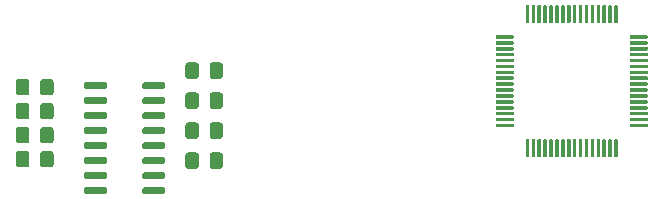
<source format=gbr>
G04 #@! TF.GenerationSoftware,KiCad,Pcbnew,5.1.6-c6e7f7d~86~ubuntu18.04.1*
G04 #@! TF.CreationDate,2020-07-20T00:11:47+01:00*
G04 #@! TF.ProjectId,ServerPSU_Breakout,53657276-6572-4505-9355-5f427265616b,rev?*
G04 #@! TF.SameCoordinates,Original*
G04 #@! TF.FileFunction,Paste,Bot*
G04 #@! TF.FilePolarity,Positive*
%FSLAX46Y46*%
G04 Gerber Fmt 4.6, Leading zero omitted, Abs format (unit mm)*
G04 Created by KiCad (PCBNEW 5.1.6-c6e7f7d~86~ubuntu18.04.1) date 2020-07-20 00:11:47*
%MOMM*%
%LPD*%
G01*
G04 APERTURE LIST*
G04 APERTURE END LIST*
G36*
G01*
X124484000Y-74526000D02*
X124484000Y-74826000D01*
G75*
G02*
X124334000Y-74976000I-150000J0D01*
G01*
X122684000Y-74976000D01*
G75*
G02*
X122534000Y-74826000I0J150000D01*
G01*
X122534000Y-74526000D01*
G75*
G02*
X122684000Y-74376000I150000J0D01*
G01*
X124334000Y-74376000D01*
G75*
G02*
X124484000Y-74526000I0J-150000D01*
G01*
G37*
G36*
G01*
X124484000Y-75796000D02*
X124484000Y-76096000D01*
G75*
G02*
X124334000Y-76246000I-150000J0D01*
G01*
X122684000Y-76246000D01*
G75*
G02*
X122534000Y-76096000I0J150000D01*
G01*
X122534000Y-75796000D01*
G75*
G02*
X122684000Y-75646000I150000J0D01*
G01*
X124334000Y-75646000D01*
G75*
G02*
X124484000Y-75796000I0J-150000D01*
G01*
G37*
G36*
G01*
X124484000Y-77066000D02*
X124484000Y-77366000D01*
G75*
G02*
X124334000Y-77516000I-150000J0D01*
G01*
X122684000Y-77516000D01*
G75*
G02*
X122534000Y-77366000I0J150000D01*
G01*
X122534000Y-77066000D01*
G75*
G02*
X122684000Y-76916000I150000J0D01*
G01*
X124334000Y-76916000D01*
G75*
G02*
X124484000Y-77066000I0J-150000D01*
G01*
G37*
G36*
G01*
X124484000Y-78336000D02*
X124484000Y-78636000D01*
G75*
G02*
X124334000Y-78786000I-150000J0D01*
G01*
X122684000Y-78786000D01*
G75*
G02*
X122534000Y-78636000I0J150000D01*
G01*
X122534000Y-78336000D01*
G75*
G02*
X122684000Y-78186000I150000J0D01*
G01*
X124334000Y-78186000D01*
G75*
G02*
X124484000Y-78336000I0J-150000D01*
G01*
G37*
G36*
G01*
X124484000Y-79606000D02*
X124484000Y-79906000D01*
G75*
G02*
X124334000Y-80056000I-150000J0D01*
G01*
X122684000Y-80056000D01*
G75*
G02*
X122534000Y-79906000I0J150000D01*
G01*
X122534000Y-79606000D01*
G75*
G02*
X122684000Y-79456000I150000J0D01*
G01*
X124334000Y-79456000D01*
G75*
G02*
X124484000Y-79606000I0J-150000D01*
G01*
G37*
G36*
G01*
X124484000Y-80876000D02*
X124484000Y-81176000D01*
G75*
G02*
X124334000Y-81326000I-150000J0D01*
G01*
X122684000Y-81326000D01*
G75*
G02*
X122534000Y-81176000I0J150000D01*
G01*
X122534000Y-80876000D01*
G75*
G02*
X122684000Y-80726000I150000J0D01*
G01*
X124334000Y-80726000D01*
G75*
G02*
X124484000Y-80876000I0J-150000D01*
G01*
G37*
G36*
G01*
X124484000Y-82146000D02*
X124484000Y-82446000D01*
G75*
G02*
X124334000Y-82596000I-150000J0D01*
G01*
X122684000Y-82596000D01*
G75*
G02*
X122534000Y-82446000I0J150000D01*
G01*
X122534000Y-82146000D01*
G75*
G02*
X122684000Y-81996000I150000J0D01*
G01*
X124334000Y-81996000D01*
G75*
G02*
X124484000Y-82146000I0J-150000D01*
G01*
G37*
G36*
G01*
X124484000Y-83416000D02*
X124484000Y-83716000D01*
G75*
G02*
X124334000Y-83866000I-150000J0D01*
G01*
X122684000Y-83866000D01*
G75*
G02*
X122534000Y-83716000I0J150000D01*
G01*
X122534000Y-83416000D01*
G75*
G02*
X122684000Y-83266000I150000J0D01*
G01*
X124334000Y-83266000D01*
G75*
G02*
X124484000Y-83416000I0J-150000D01*
G01*
G37*
G36*
G01*
X129434000Y-83416000D02*
X129434000Y-83716000D01*
G75*
G02*
X129284000Y-83866000I-150000J0D01*
G01*
X127634000Y-83866000D01*
G75*
G02*
X127484000Y-83716000I0J150000D01*
G01*
X127484000Y-83416000D01*
G75*
G02*
X127634000Y-83266000I150000J0D01*
G01*
X129284000Y-83266000D01*
G75*
G02*
X129434000Y-83416000I0J-150000D01*
G01*
G37*
G36*
G01*
X129434000Y-82146000D02*
X129434000Y-82446000D01*
G75*
G02*
X129284000Y-82596000I-150000J0D01*
G01*
X127634000Y-82596000D01*
G75*
G02*
X127484000Y-82446000I0J150000D01*
G01*
X127484000Y-82146000D01*
G75*
G02*
X127634000Y-81996000I150000J0D01*
G01*
X129284000Y-81996000D01*
G75*
G02*
X129434000Y-82146000I0J-150000D01*
G01*
G37*
G36*
G01*
X129434000Y-80876000D02*
X129434000Y-81176000D01*
G75*
G02*
X129284000Y-81326000I-150000J0D01*
G01*
X127634000Y-81326000D01*
G75*
G02*
X127484000Y-81176000I0J150000D01*
G01*
X127484000Y-80876000D01*
G75*
G02*
X127634000Y-80726000I150000J0D01*
G01*
X129284000Y-80726000D01*
G75*
G02*
X129434000Y-80876000I0J-150000D01*
G01*
G37*
G36*
G01*
X129434000Y-79606000D02*
X129434000Y-79906000D01*
G75*
G02*
X129284000Y-80056000I-150000J0D01*
G01*
X127634000Y-80056000D01*
G75*
G02*
X127484000Y-79906000I0J150000D01*
G01*
X127484000Y-79606000D01*
G75*
G02*
X127634000Y-79456000I150000J0D01*
G01*
X129284000Y-79456000D01*
G75*
G02*
X129434000Y-79606000I0J-150000D01*
G01*
G37*
G36*
G01*
X129434000Y-78336000D02*
X129434000Y-78636000D01*
G75*
G02*
X129284000Y-78786000I-150000J0D01*
G01*
X127634000Y-78786000D01*
G75*
G02*
X127484000Y-78636000I0J150000D01*
G01*
X127484000Y-78336000D01*
G75*
G02*
X127634000Y-78186000I150000J0D01*
G01*
X129284000Y-78186000D01*
G75*
G02*
X129434000Y-78336000I0J-150000D01*
G01*
G37*
G36*
G01*
X129434000Y-77066000D02*
X129434000Y-77366000D01*
G75*
G02*
X129284000Y-77516000I-150000J0D01*
G01*
X127634000Y-77516000D01*
G75*
G02*
X127484000Y-77366000I0J150000D01*
G01*
X127484000Y-77066000D01*
G75*
G02*
X127634000Y-76916000I150000J0D01*
G01*
X129284000Y-76916000D01*
G75*
G02*
X129434000Y-77066000I0J-150000D01*
G01*
G37*
G36*
G01*
X129434000Y-75796000D02*
X129434000Y-76096000D01*
G75*
G02*
X129284000Y-76246000I-150000J0D01*
G01*
X127634000Y-76246000D01*
G75*
G02*
X127484000Y-76096000I0J150000D01*
G01*
X127484000Y-75796000D01*
G75*
G02*
X127634000Y-75646000I150000J0D01*
G01*
X129284000Y-75646000D01*
G75*
G02*
X129434000Y-75796000I0J-150000D01*
G01*
G37*
G36*
G01*
X129434000Y-74526000D02*
X129434000Y-74826000D01*
G75*
G02*
X129284000Y-74976000I-150000J0D01*
G01*
X127634000Y-74976000D01*
G75*
G02*
X127484000Y-74826000I0J150000D01*
G01*
X127484000Y-74526000D01*
G75*
G02*
X127634000Y-74376000I150000J0D01*
G01*
X129284000Y-74376000D01*
G75*
G02*
X129434000Y-74526000I0J-150000D01*
G01*
G37*
G36*
G01*
X133165000Y-78936001D02*
X133165000Y-78035999D01*
G75*
G02*
X133414999Y-77786000I249999J0D01*
G01*
X134065001Y-77786000D01*
G75*
G02*
X134315000Y-78035999I0J-249999D01*
G01*
X134315000Y-78936001D01*
G75*
G02*
X134065001Y-79186000I-249999J0D01*
G01*
X133414999Y-79186000D01*
G75*
G02*
X133165000Y-78936001I0J249999D01*
G01*
G37*
G36*
G01*
X131115000Y-78936001D02*
X131115000Y-78035999D01*
G75*
G02*
X131364999Y-77786000I249999J0D01*
G01*
X132015001Y-77786000D01*
G75*
G02*
X132265000Y-78035999I0J-249999D01*
G01*
X132265000Y-78936001D01*
G75*
G02*
X132015001Y-79186000I-249999J0D01*
G01*
X131364999Y-79186000D01*
G75*
G02*
X131115000Y-78936001I0J249999D01*
G01*
G37*
G36*
G01*
X133165000Y-76396001D02*
X133165000Y-75495999D01*
G75*
G02*
X133414999Y-75246000I249999J0D01*
G01*
X134065001Y-75246000D01*
G75*
G02*
X134315000Y-75495999I0J-249999D01*
G01*
X134315000Y-76396001D01*
G75*
G02*
X134065001Y-76646000I-249999J0D01*
G01*
X133414999Y-76646000D01*
G75*
G02*
X133165000Y-76396001I0J249999D01*
G01*
G37*
G36*
G01*
X131115000Y-76396001D02*
X131115000Y-75495999D01*
G75*
G02*
X131364999Y-75246000I249999J0D01*
G01*
X132015001Y-75246000D01*
G75*
G02*
X132265000Y-75495999I0J-249999D01*
G01*
X132265000Y-76396001D01*
G75*
G02*
X132015001Y-76646000I-249999J0D01*
G01*
X131364999Y-76646000D01*
G75*
G02*
X131115000Y-76396001I0J249999D01*
G01*
G37*
G36*
G01*
X133165000Y-81476001D02*
X133165000Y-80575999D01*
G75*
G02*
X133414999Y-80326000I249999J0D01*
G01*
X134065001Y-80326000D01*
G75*
G02*
X134315000Y-80575999I0J-249999D01*
G01*
X134315000Y-81476001D01*
G75*
G02*
X134065001Y-81726000I-249999J0D01*
G01*
X133414999Y-81726000D01*
G75*
G02*
X133165000Y-81476001I0J249999D01*
G01*
G37*
G36*
G01*
X131115000Y-81476001D02*
X131115000Y-80575999D01*
G75*
G02*
X131364999Y-80326000I249999J0D01*
G01*
X132015001Y-80326000D01*
G75*
G02*
X132265000Y-80575999I0J-249999D01*
G01*
X132265000Y-81476001D01*
G75*
G02*
X132015001Y-81726000I-249999J0D01*
G01*
X131364999Y-81726000D01*
G75*
G02*
X131115000Y-81476001I0J249999D01*
G01*
G37*
G36*
G01*
X133165000Y-73856001D02*
X133165000Y-72955999D01*
G75*
G02*
X133414999Y-72706000I249999J0D01*
G01*
X134065001Y-72706000D01*
G75*
G02*
X134315000Y-72955999I0J-249999D01*
G01*
X134315000Y-73856001D01*
G75*
G02*
X134065001Y-74106000I-249999J0D01*
G01*
X133414999Y-74106000D01*
G75*
G02*
X133165000Y-73856001I0J249999D01*
G01*
G37*
G36*
G01*
X131115000Y-73856001D02*
X131115000Y-72955999D01*
G75*
G02*
X131364999Y-72706000I249999J0D01*
G01*
X132015001Y-72706000D01*
G75*
G02*
X132265000Y-72955999I0J-249999D01*
G01*
X132265000Y-73856001D01*
G75*
G02*
X132015001Y-74106000I-249999J0D01*
G01*
X131364999Y-74106000D01*
G75*
G02*
X131115000Y-73856001I0J249999D01*
G01*
G37*
G36*
G01*
X117914000Y-80448999D02*
X117914000Y-81349001D01*
G75*
G02*
X117664001Y-81599000I-249999J0D01*
G01*
X117013999Y-81599000D01*
G75*
G02*
X116764000Y-81349001I0J249999D01*
G01*
X116764000Y-80448999D01*
G75*
G02*
X117013999Y-80199000I249999J0D01*
G01*
X117664001Y-80199000D01*
G75*
G02*
X117914000Y-80448999I0J-249999D01*
G01*
G37*
G36*
G01*
X119964000Y-80448999D02*
X119964000Y-81349001D01*
G75*
G02*
X119714001Y-81599000I-249999J0D01*
G01*
X119063999Y-81599000D01*
G75*
G02*
X118814000Y-81349001I0J249999D01*
G01*
X118814000Y-80448999D01*
G75*
G02*
X119063999Y-80199000I249999J0D01*
G01*
X119714001Y-80199000D01*
G75*
G02*
X119964000Y-80448999I0J-249999D01*
G01*
G37*
G36*
G01*
X117914000Y-74352999D02*
X117914000Y-75253001D01*
G75*
G02*
X117664001Y-75503000I-249999J0D01*
G01*
X117013999Y-75503000D01*
G75*
G02*
X116764000Y-75253001I0J249999D01*
G01*
X116764000Y-74352999D01*
G75*
G02*
X117013999Y-74103000I249999J0D01*
G01*
X117664001Y-74103000D01*
G75*
G02*
X117914000Y-74352999I0J-249999D01*
G01*
G37*
G36*
G01*
X119964000Y-74352999D02*
X119964000Y-75253001D01*
G75*
G02*
X119714001Y-75503000I-249999J0D01*
G01*
X119063999Y-75503000D01*
G75*
G02*
X118814000Y-75253001I0J249999D01*
G01*
X118814000Y-74352999D01*
G75*
G02*
X119063999Y-74103000I249999J0D01*
G01*
X119714001Y-74103000D01*
G75*
G02*
X119964000Y-74352999I0J-249999D01*
G01*
G37*
G36*
G01*
X117914000Y-76384999D02*
X117914000Y-77285001D01*
G75*
G02*
X117664001Y-77535000I-249999J0D01*
G01*
X117013999Y-77535000D01*
G75*
G02*
X116764000Y-77285001I0J249999D01*
G01*
X116764000Y-76384999D01*
G75*
G02*
X117013999Y-76135000I249999J0D01*
G01*
X117664001Y-76135000D01*
G75*
G02*
X117914000Y-76384999I0J-249999D01*
G01*
G37*
G36*
G01*
X119964000Y-76384999D02*
X119964000Y-77285001D01*
G75*
G02*
X119714001Y-77535000I-249999J0D01*
G01*
X119063999Y-77535000D01*
G75*
G02*
X118814000Y-77285001I0J249999D01*
G01*
X118814000Y-76384999D01*
G75*
G02*
X119063999Y-76135000I249999J0D01*
G01*
X119714001Y-76135000D01*
G75*
G02*
X119964000Y-76384999I0J-249999D01*
G01*
G37*
G36*
G01*
X117914000Y-78416999D02*
X117914000Y-79317001D01*
G75*
G02*
X117664001Y-79567000I-249999J0D01*
G01*
X117013999Y-79567000D01*
G75*
G02*
X116764000Y-79317001I0J249999D01*
G01*
X116764000Y-78416999D01*
G75*
G02*
X117013999Y-78167000I249999J0D01*
G01*
X117664001Y-78167000D01*
G75*
G02*
X117914000Y-78416999I0J-249999D01*
G01*
G37*
G36*
G01*
X119964000Y-78416999D02*
X119964000Y-79317001D01*
G75*
G02*
X119714001Y-79567000I-249999J0D01*
G01*
X119063999Y-79567000D01*
G75*
G02*
X118814000Y-79317001I0J249999D01*
G01*
X118814000Y-78416999D01*
G75*
G02*
X119063999Y-78167000I249999J0D01*
G01*
X119714001Y-78167000D01*
G75*
G02*
X119964000Y-78416999I0J-249999D01*
G01*
G37*
G36*
G01*
X157455000Y-70395000D02*
X158855000Y-70395000D01*
G75*
G02*
X158930000Y-70470000I0J-75000D01*
G01*
X158930000Y-70620000D01*
G75*
G02*
X158855000Y-70695000I-75000J0D01*
G01*
X157455000Y-70695000D01*
G75*
G02*
X157380000Y-70620000I0J75000D01*
G01*
X157380000Y-70470000D01*
G75*
G02*
X157455000Y-70395000I75000J0D01*
G01*
G37*
G36*
G01*
X157455000Y-70895000D02*
X158855000Y-70895000D01*
G75*
G02*
X158930000Y-70970000I0J-75000D01*
G01*
X158930000Y-71120000D01*
G75*
G02*
X158855000Y-71195000I-75000J0D01*
G01*
X157455000Y-71195000D01*
G75*
G02*
X157380000Y-71120000I0J75000D01*
G01*
X157380000Y-70970000D01*
G75*
G02*
X157455000Y-70895000I75000J0D01*
G01*
G37*
G36*
G01*
X157455000Y-71395000D02*
X158855000Y-71395000D01*
G75*
G02*
X158930000Y-71470000I0J-75000D01*
G01*
X158930000Y-71620000D01*
G75*
G02*
X158855000Y-71695000I-75000J0D01*
G01*
X157455000Y-71695000D01*
G75*
G02*
X157380000Y-71620000I0J75000D01*
G01*
X157380000Y-71470000D01*
G75*
G02*
X157455000Y-71395000I75000J0D01*
G01*
G37*
G36*
G01*
X157455000Y-71895000D02*
X158855000Y-71895000D01*
G75*
G02*
X158930000Y-71970000I0J-75000D01*
G01*
X158930000Y-72120000D01*
G75*
G02*
X158855000Y-72195000I-75000J0D01*
G01*
X157455000Y-72195000D01*
G75*
G02*
X157380000Y-72120000I0J75000D01*
G01*
X157380000Y-71970000D01*
G75*
G02*
X157455000Y-71895000I75000J0D01*
G01*
G37*
G36*
G01*
X157455000Y-72395000D02*
X158855000Y-72395000D01*
G75*
G02*
X158930000Y-72470000I0J-75000D01*
G01*
X158930000Y-72620000D01*
G75*
G02*
X158855000Y-72695000I-75000J0D01*
G01*
X157455000Y-72695000D01*
G75*
G02*
X157380000Y-72620000I0J75000D01*
G01*
X157380000Y-72470000D01*
G75*
G02*
X157455000Y-72395000I75000J0D01*
G01*
G37*
G36*
G01*
X157455000Y-72895000D02*
X158855000Y-72895000D01*
G75*
G02*
X158930000Y-72970000I0J-75000D01*
G01*
X158930000Y-73120000D01*
G75*
G02*
X158855000Y-73195000I-75000J0D01*
G01*
X157455000Y-73195000D01*
G75*
G02*
X157380000Y-73120000I0J75000D01*
G01*
X157380000Y-72970000D01*
G75*
G02*
X157455000Y-72895000I75000J0D01*
G01*
G37*
G36*
G01*
X157455000Y-73395000D02*
X158855000Y-73395000D01*
G75*
G02*
X158930000Y-73470000I0J-75000D01*
G01*
X158930000Y-73620000D01*
G75*
G02*
X158855000Y-73695000I-75000J0D01*
G01*
X157455000Y-73695000D01*
G75*
G02*
X157380000Y-73620000I0J75000D01*
G01*
X157380000Y-73470000D01*
G75*
G02*
X157455000Y-73395000I75000J0D01*
G01*
G37*
G36*
G01*
X157455000Y-73895000D02*
X158855000Y-73895000D01*
G75*
G02*
X158930000Y-73970000I0J-75000D01*
G01*
X158930000Y-74120000D01*
G75*
G02*
X158855000Y-74195000I-75000J0D01*
G01*
X157455000Y-74195000D01*
G75*
G02*
X157380000Y-74120000I0J75000D01*
G01*
X157380000Y-73970000D01*
G75*
G02*
X157455000Y-73895000I75000J0D01*
G01*
G37*
G36*
G01*
X157455000Y-74395000D02*
X158855000Y-74395000D01*
G75*
G02*
X158930000Y-74470000I0J-75000D01*
G01*
X158930000Y-74620000D01*
G75*
G02*
X158855000Y-74695000I-75000J0D01*
G01*
X157455000Y-74695000D01*
G75*
G02*
X157380000Y-74620000I0J75000D01*
G01*
X157380000Y-74470000D01*
G75*
G02*
X157455000Y-74395000I75000J0D01*
G01*
G37*
G36*
G01*
X157455000Y-74895000D02*
X158855000Y-74895000D01*
G75*
G02*
X158930000Y-74970000I0J-75000D01*
G01*
X158930000Y-75120000D01*
G75*
G02*
X158855000Y-75195000I-75000J0D01*
G01*
X157455000Y-75195000D01*
G75*
G02*
X157380000Y-75120000I0J75000D01*
G01*
X157380000Y-74970000D01*
G75*
G02*
X157455000Y-74895000I75000J0D01*
G01*
G37*
G36*
G01*
X157455000Y-75395000D02*
X158855000Y-75395000D01*
G75*
G02*
X158930000Y-75470000I0J-75000D01*
G01*
X158930000Y-75620000D01*
G75*
G02*
X158855000Y-75695000I-75000J0D01*
G01*
X157455000Y-75695000D01*
G75*
G02*
X157380000Y-75620000I0J75000D01*
G01*
X157380000Y-75470000D01*
G75*
G02*
X157455000Y-75395000I75000J0D01*
G01*
G37*
G36*
G01*
X157455000Y-75895000D02*
X158855000Y-75895000D01*
G75*
G02*
X158930000Y-75970000I0J-75000D01*
G01*
X158930000Y-76120000D01*
G75*
G02*
X158855000Y-76195000I-75000J0D01*
G01*
X157455000Y-76195000D01*
G75*
G02*
X157380000Y-76120000I0J75000D01*
G01*
X157380000Y-75970000D01*
G75*
G02*
X157455000Y-75895000I75000J0D01*
G01*
G37*
G36*
G01*
X157455000Y-76395000D02*
X158855000Y-76395000D01*
G75*
G02*
X158930000Y-76470000I0J-75000D01*
G01*
X158930000Y-76620000D01*
G75*
G02*
X158855000Y-76695000I-75000J0D01*
G01*
X157455000Y-76695000D01*
G75*
G02*
X157380000Y-76620000I0J75000D01*
G01*
X157380000Y-76470000D01*
G75*
G02*
X157455000Y-76395000I75000J0D01*
G01*
G37*
G36*
G01*
X157455000Y-76895000D02*
X158855000Y-76895000D01*
G75*
G02*
X158930000Y-76970000I0J-75000D01*
G01*
X158930000Y-77120000D01*
G75*
G02*
X158855000Y-77195000I-75000J0D01*
G01*
X157455000Y-77195000D01*
G75*
G02*
X157380000Y-77120000I0J75000D01*
G01*
X157380000Y-76970000D01*
G75*
G02*
X157455000Y-76895000I75000J0D01*
G01*
G37*
G36*
G01*
X157455000Y-77395000D02*
X158855000Y-77395000D01*
G75*
G02*
X158930000Y-77470000I0J-75000D01*
G01*
X158930000Y-77620000D01*
G75*
G02*
X158855000Y-77695000I-75000J0D01*
G01*
X157455000Y-77695000D01*
G75*
G02*
X157380000Y-77620000I0J75000D01*
G01*
X157380000Y-77470000D01*
G75*
G02*
X157455000Y-77395000I75000J0D01*
G01*
G37*
G36*
G01*
X157455000Y-77895000D02*
X158855000Y-77895000D01*
G75*
G02*
X158930000Y-77970000I0J-75000D01*
G01*
X158930000Y-78120000D01*
G75*
G02*
X158855000Y-78195000I-75000J0D01*
G01*
X157455000Y-78195000D01*
G75*
G02*
X157380000Y-78120000I0J75000D01*
G01*
X157380000Y-77970000D01*
G75*
G02*
X157455000Y-77895000I75000J0D01*
G01*
G37*
G36*
G01*
X160005000Y-79195000D02*
X160155000Y-79195000D01*
G75*
G02*
X160230000Y-79270000I0J-75000D01*
G01*
X160230000Y-80670000D01*
G75*
G02*
X160155000Y-80745000I-75000J0D01*
G01*
X160005000Y-80745000D01*
G75*
G02*
X159930000Y-80670000I0J75000D01*
G01*
X159930000Y-79270000D01*
G75*
G02*
X160005000Y-79195000I75000J0D01*
G01*
G37*
G36*
G01*
X160505000Y-79195000D02*
X160655000Y-79195000D01*
G75*
G02*
X160730000Y-79270000I0J-75000D01*
G01*
X160730000Y-80670000D01*
G75*
G02*
X160655000Y-80745000I-75000J0D01*
G01*
X160505000Y-80745000D01*
G75*
G02*
X160430000Y-80670000I0J75000D01*
G01*
X160430000Y-79270000D01*
G75*
G02*
X160505000Y-79195000I75000J0D01*
G01*
G37*
G36*
G01*
X161005000Y-79195000D02*
X161155000Y-79195000D01*
G75*
G02*
X161230000Y-79270000I0J-75000D01*
G01*
X161230000Y-80670000D01*
G75*
G02*
X161155000Y-80745000I-75000J0D01*
G01*
X161005000Y-80745000D01*
G75*
G02*
X160930000Y-80670000I0J75000D01*
G01*
X160930000Y-79270000D01*
G75*
G02*
X161005000Y-79195000I75000J0D01*
G01*
G37*
G36*
G01*
X161505000Y-79195000D02*
X161655000Y-79195000D01*
G75*
G02*
X161730000Y-79270000I0J-75000D01*
G01*
X161730000Y-80670000D01*
G75*
G02*
X161655000Y-80745000I-75000J0D01*
G01*
X161505000Y-80745000D01*
G75*
G02*
X161430000Y-80670000I0J75000D01*
G01*
X161430000Y-79270000D01*
G75*
G02*
X161505000Y-79195000I75000J0D01*
G01*
G37*
G36*
G01*
X162005000Y-79195000D02*
X162155000Y-79195000D01*
G75*
G02*
X162230000Y-79270000I0J-75000D01*
G01*
X162230000Y-80670000D01*
G75*
G02*
X162155000Y-80745000I-75000J0D01*
G01*
X162005000Y-80745000D01*
G75*
G02*
X161930000Y-80670000I0J75000D01*
G01*
X161930000Y-79270000D01*
G75*
G02*
X162005000Y-79195000I75000J0D01*
G01*
G37*
G36*
G01*
X162505000Y-79195000D02*
X162655000Y-79195000D01*
G75*
G02*
X162730000Y-79270000I0J-75000D01*
G01*
X162730000Y-80670000D01*
G75*
G02*
X162655000Y-80745000I-75000J0D01*
G01*
X162505000Y-80745000D01*
G75*
G02*
X162430000Y-80670000I0J75000D01*
G01*
X162430000Y-79270000D01*
G75*
G02*
X162505000Y-79195000I75000J0D01*
G01*
G37*
G36*
G01*
X163005000Y-79195000D02*
X163155000Y-79195000D01*
G75*
G02*
X163230000Y-79270000I0J-75000D01*
G01*
X163230000Y-80670000D01*
G75*
G02*
X163155000Y-80745000I-75000J0D01*
G01*
X163005000Y-80745000D01*
G75*
G02*
X162930000Y-80670000I0J75000D01*
G01*
X162930000Y-79270000D01*
G75*
G02*
X163005000Y-79195000I75000J0D01*
G01*
G37*
G36*
G01*
X163505000Y-79195000D02*
X163655000Y-79195000D01*
G75*
G02*
X163730000Y-79270000I0J-75000D01*
G01*
X163730000Y-80670000D01*
G75*
G02*
X163655000Y-80745000I-75000J0D01*
G01*
X163505000Y-80745000D01*
G75*
G02*
X163430000Y-80670000I0J75000D01*
G01*
X163430000Y-79270000D01*
G75*
G02*
X163505000Y-79195000I75000J0D01*
G01*
G37*
G36*
G01*
X164005000Y-79195000D02*
X164155000Y-79195000D01*
G75*
G02*
X164230000Y-79270000I0J-75000D01*
G01*
X164230000Y-80670000D01*
G75*
G02*
X164155000Y-80745000I-75000J0D01*
G01*
X164005000Y-80745000D01*
G75*
G02*
X163930000Y-80670000I0J75000D01*
G01*
X163930000Y-79270000D01*
G75*
G02*
X164005000Y-79195000I75000J0D01*
G01*
G37*
G36*
G01*
X164505000Y-79195000D02*
X164655000Y-79195000D01*
G75*
G02*
X164730000Y-79270000I0J-75000D01*
G01*
X164730000Y-80670000D01*
G75*
G02*
X164655000Y-80745000I-75000J0D01*
G01*
X164505000Y-80745000D01*
G75*
G02*
X164430000Y-80670000I0J75000D01*
G01*
X164430000Y-79270000D01*
G75*
G02*
X164505000Y-79195000I75000J0D01*
G01*
G37*
G36*
G01*
X165005000Y-79195000D02*
X165155000Y-79195000D01*
G75*
G02*
X165230000Y-79270000I0J-75000D01*
G01*
X165230000Y-80670000D01*
G75*
G02*
X165155000Y-80745000I-75000J0D01*
G01*
X165005000Y-80745000D01*
G75*
G02*
X164930000Y-80670000I0J75000D01*
G01*
X164930000Y-79270000D01*
G75*
G02*
X165005000Y-79195000I75000J0D01*
G01*
G37*
G36*
G01*
X165505000Y-79195000D02*
X165655000Y-79195000D01*
G75*
G02*
X165730000Y-79270000I0J-75000D01*
G01*
X165730000Y-80670000D01*
G75*
G02*
X165655000Y-80745000I-75000J0D01*
G01*
X165505000Y-80745000D01*
G75*
G02*
X165430000Y-80670000I0J75000D01*
G01*
X165430000Y-79270000D01*
G75*
G02*
X165505000Y-79195000I75000J0D01*
G01*
G37*
G36*
G01*
X166005000Y-79195000D02*
X166155000Y-79195000D01*
G75*
G02*
X166230000Y-79270000I0J-75000D01*
G01*
X166230000Y-80670000D01*
G75*
G02*
X166155000Y-80745000I-75000J0D01*
G01*
X166005000Y-80745000D01*
G75*
G02*
X165930000Y-80670000I0J75000D01*
G01*
X165930000Y-79270000D01*
G75*
G02*
X166005000Y-79195000I75000J0D01*
G01*
G37*
G36*
G01*
X166505000Y-79195000D02*
X166655000Y-79195000D01*
G75*
G02*
X166730000Y-79270000I0J-75000D01*
G01*
X166730000Y-80670000D01*
G75*
G02*
X166655000Y-80745000I-75000J0D01*
G01*
X166505000Y-80745000D01*
G75*
G02*
X166430000Y-80670000I0J75000D01*
G01*
X166430000Y-79270000D01*
G75*
G02*
X166505000Y-79195000I75000J0D01*
G01*
G37*
G36*
G01*
X167005000Y-79195000D02*
X167155000Y-79195000D01*
G75*
G02*
X167230000Y-79270000I0J-75000D01*
G01*
X167230000Y-80670000D01*
G75*
G02*
X167155000Y-80745000I-75000J0D01*
G01*
X167005000Y-80745000D01*
G75*
G02*
X166930000Y-80670000I0J75000D01*
G01*
X166930000Y-79270000D01*
G75*
G02*
X167005000Y-79195000I75000J0D01*
G01*
G37*
G36*
G01*
X167505000Y-79195000D02*
X167655000Y-79195000D01*
G75*
G02*
X167730000Y-79270000I0J-75000D01*
G01*
X167730000Y-80670000D01*
G75*
G02*
X167655000Y-80745000I-75000J0D01*
G01*
X167505000Y-80745000D01*
G75*
G02*
X167430000Y-80670000I0J75000D01*
G01*
X167430000Y-79270000D01*
G75*
G02*
X167505000Y-79195000I75000J0D01*
G01*
G37*
G36*
G01*
X168805000Y-77895000D02*
X170205000Y-77895000D01*
G75*
G02*
X170280000Y-77970000I0J-75000D01*
G01*
X170280000Y-78120000D01*
G75*
G02*
X170205000Y-78195000I-75000J0D01*
G01*
X168805000Y-78195000D01*
G75*
G02*
X168730000Y-78120000I0J75000D01*
G01*
X168730000Y-77970000D01*
G75*
G02*
X168805000Y-77895000I75000J0D01*
G01*
G37*
G36*
G01*
X168805000Y-77395000D02*
X170205000Y-77395000D01*
G75*
G02*
X170280000Y-77470000I0J-75000D01*
G01*
X170280000Y-77620000D01*
G75*
G02*
X170205000Y-77695000I-75000J0D01*
G01*
X168805000Y-77695000D01*
G75*
G02*
X168730000Y-77620000I0J75000D01*
G01*
X168730000Y-77470000D01*
G75*
G02*
X168805000Y-77395000I75000J0D01*
G01*
G37*
G36*
G01*
X168805000Y-76895000D02*
X170205000Y-76895000D01*
G75*
G02*
X170280000Y-76970000I0J-75000D01*
G01*
X170280000Y-77120000D01*
G75*
G02*
X170205000Y-77195000I-75000J0D01*
G01*
X168805000Y-77195000D01*
G75*
G02*
X168730000Y-77120000I0J75000D01*
G01*
X168730000Y-76970000D01*
G75*
G02*
X168805000Y-76895000I75000J0D01*
G01*
G37*
G36*
G01*
X168805000Y-76395000D02*
X170205000Y-76395000D01*
G75*
G02*
X170280000Y-76470000I0J-75000D01*
G01*
X170280000Y-76620000D01*
G75*
G02*
X170205000Y-76695000I-75000J0D01*
G01*
X168805000Y-76695000D01*
G75*
G02*
X168730000Y-76620000I0J75000D01*
G01*
X168730000Y-76470000D01*
G75*
G02*
X168805000Y-76395000I75000J0D01*
G01*
G37*
G36*
G01*
X168805000Y-75895000D02*
X170205000Y-75895000D01*
G75*
G02*
X170280000Y-75970000I0J-75000D01*
G01*
X170280000Y-76120000D01*
G75*
G02*
X170205000Y-76195000I-75000J0D01*
G01*
X168805000Y-76195000D01*
G75*
G02*
X168730000Y-76120000I0J75000D01*
G01*
X168730000Y-75970000D01*
G75*
G02*
X168805000Y-75895000I75000J0D01*
G01*
G37*
G36*
G01*
X168805000Y-75395000D02*
X170205000Y-75395000D01*
G75*
G02*
X170280000Y-75470000I0J-75000D01*
G01*
X170280000Y-75620000D01*
G75*
G02*
X170205000Y-75695000I-75000J0D01*
G01*
X168805000Y-75695000D01*
G75*
G02*
X168730000Y-75620000I0J75000D01*
G01*
X168730000Y-75470000D01*
G75*
G02*
X168805000Y-75395000I75000J0D01*
G01*
G37*
G36*
G01*
X168805000Y-74895000D02*
X170205000Y-74895000D01*
G75*
G02*
X170280000Y-74970000I0J-75000D01*
G01*
X170280000Y-75120000D01*
G75*
G02*
X170205000Y-75195000I-75000J0D01*
G01*
X168805000Y-75195000D01*
G75*
G02*
X168730000Y-75120000I0J75000D01*
G01*
X168730000Y-74970000D01*
G75*
G02*
X168805000Y-74895000I75000J0D01*
G01*
G37*
G36*
G01*
X168805000Y-74395000D02*
X170205000Y-74395000D01*
G75*
G02*
X170280000Y-74470000I0J-75000D01*
G01*
X170280000Y-74620000D01*
G75*
G02*
X170205000Y-74695000I-75000J0D01*
G01*
X168805000Y-74695000D01*
G75*
G02*
X168730000Y-74620000I0J75000D01*
G01*
X168730000Y-74470000D01*
G75*
G02*
X168805000Y-74395000I75000J0D01*
G01*
G37*
G36*
G01*
X168805000Y-73895000D02*
X170205000Y-73895000D01*
G75*
G02*
X170280000Y-73970000I0J-75000D01*
G01*
X170280000Y-74120000D01*
G75*
G02*
X170205000Y-74195000I-75000J0D01*
G01*
X168805000Y-74195000D01*
G75*
G02*
X168730000Y-74120000I0J75000D01*
G01*
X168730000Y-73970000D01*
G75*
G02*
X168805000Y-73895000I75000J0D01*
G01*
G37*
G36*
G01*
X168805000Y-73395000D02*
X170205000Y-73395000D01*
G75*
G02*
X170280000Y-73470000I0J-75000D01*
G01*
X170280000Y-73620000D01*
G75*
G02*
X170205000Y-73695000I-75000J0D01*
G01*
X168805000Y-73695000D01*
G75*
G02*
X168730000Y-73620000I0J75000D01*
G01*
X168730000Y-73470000D01*
G75*
G02*
X168805000Y-73395000I75000J0D01*
G01*
G37*
G36*
G01*
X168805000Y-72895000D02*
X170205000Y-72895000D01*
G75*
G02*
X170280000Y-72970000I0J-75000D01*
G01*
X170280000Y-73120000D01*
G75*
G02*
X170205000Y-73195000I-75000J0D01*
G01*
X168805000Y-73195000D01*
G75*
G02*
X168730000Y-73120000I0J75000D01*
G01*
X168730000Y-72970000D01*
G75*
G02*
X168805000Y-72895000I75000J0D01*
G01*
G37*
G36*
G01*
X168805000Y-72395000D02*
X170205000Y-72395000D01*
G75*
G02*
X170280000Y-72470000I0J-75000D01*
G01*
X170280000Y-72620000D01*
G75*
G02*
X170205000Y-72695000I-75000J0D01*
G01*
X168805000Y-72695000D01*
G75*
G02*
X168730000Y-72620000I0J75000D01*
G01*
X168730000Y-72470000D01*
G75*
G02*
X168805000Y-72395000I75000J0D01*
G01*
G37*
G36*
G01*
X168805000Y-71895000D02*
X170205000Y-71895000D01*
G75*
G02*
X170280000Y-71970000I0J-75000D01*
G01*
X170280000Y-72120000D01*
G75*
G02*
X170205000Y-72195000I-75000J0D01*
G01*
X168805000Y-72195000D01*
G75*
G02*
X168730000Y-72120000I0J75000D01*
G01*
X168730000Y-71970000D01*
G75*
G02*
X168805000Y-71895000I75000J0D01*
G01*
G37*
G36*
G01*
X168805000Y-71395000D02*
X170205000Y-71395000D01*
G75*
G02*
X170280000Y-71470000I0J-75000D01*
G01*
X170280000Y-71620000D01*
G75*
G02*
X170205000Y-71695000I-75000J0D01*
G01*
X168805000Y-71695000D01*
G75*
G02*
X168730000Y-71620000I0J75000D01*
G01*
X168730000Y-71470000D01*
G75*
G02*
X168805000Y-71395000I75000J0D01*
G01*
G37*
G36*
G01*
X168805000Y-70895000D02*
X170205000Y-70895000D01*
G75*
G02*
X170280000Y-70970000I0J-75000D01*
G01*
X170280000Y-71120000D01*
G75*
G02*
X170205000Y-71195000I-75000J0D01*
G01*
X168805000Y-71195000D01*
G75*
G02*
X168730000Y-71120000I0J75000D01*
G01*
X168730000Y-70970000D01*
G75*
G02*
X168805000Y-70895000I75000J0D01*
G01*
G37*
G36*
G01*
X168805000Y-70395000D02*
X170205000Y-70395000D01*
G75*
G02*
X170280000Y-70470000I0J-75000D01*
G01*
X170280000Y-70620000D01*
G75*
G02*
X170205000Y-70695000I-75000J0D01*
G01*
X168805000Y-70695000D01*
G75*
G02*
X168730000Y-70620000I0J75000D01*
G01*
X168730000Y-70470000D01*
G75*
G02*
X168805000Y-70395000I75000J0D01*
G01*
G37*
G36*
G01*
X167505000Y-67845000D02*
X167655000Y-67845000D01*
G75*
G02*
X167730000Y-67920000I0J-75000D01*
G01*
X167730000Y-69320000D01*
G75*
G02*
X167655000Y-69395000I-75000J0D01*
G01*
X167505000Y-69395000D01*
G75*
G02*
X167430000Y-69320000I0J75000D01*
G01*
X167430000Y-67920000D01*
G75*
G02*
X167505000Y-67845000I75000J0D01*
G01*
G37*
G36*
G01*
X167005000Y-67845000D02*
X167155000Y-67845000D01*
G75*
G02*
X167230000Y-67920000I0J-75000D01*
G01*
X167230000Y-69320000D01*
G75*
G02*
X167155000Y-69395000I-75000J0D01*
G01*
X167005000Y-69395000D01*
G75*
G02*
X166930000Y-69320000I0J75000D01*
G01*
X166930000Y-67920000D01*
G75*
G02*
X167005000Y-67845000I75000J0D01*
G01*
G37*
G36*
G01*
X166505000Y-67845000D02*
X166655000Y-67845000D01*
G75*
G02*
X166730000Y-67920000I0J-75000D01*
G01*
X166730000Y-69320000D01*
G75*
G02*
X166655000Y-69395000I-75000J0D01*
G01*
X166505000Y-69395000D01*
G75*
G02*
X166430000Y-69320000I0J75000D01*
G01*
X166430000Y-67920000D01*
G75*
G02*
X166505000Y-67845000I75000J0D01*
G01*
G37*
G36*
G01*
X166005000Y-67845000D02*
X166155000Y-67845000D01*
G75*
G02*
X166230000Y-67920000I0J-75000D01*
G01*
X166230000Y-69320000D01*
G75*
G02*
X166155000Y-69395000I-75000J0D01*
G01*
X166005000Y-69395000D01*
G75*
G02*
X165930000Y-69320000I0J75000D01*
G01*
X165930000Y-67920000D01*
G75*
G02*
X166005000Y-67845000I75000J0D01*
G01*
G37*
G36*
G01*
X165505000Y-67845000D02*
X165655000Y-67845000D01*
G75*
G02*
X165730000Y-67920000I0J-75000D01*
G01*
X165730000Y-69320000D01*
G75*
G02*
X165655000Y-69395000I-75000J0D01*
G01*
X165505000Y-69395000D01*
G75*
G02*
X165430000Y-69320000I0J75000D01*
G01*
X165430000Y-67920000D01*
G75*
G02*
X165505000Y-67845000I75000J0D01*
G01*
G37*
G36*
G01*
X165005000Y-67845000D02*
X165155000Y-67845000D01*
G75*
G02*
X165230000Y-67920000I0J-75000D01*
G01*
X165230000Y-69320000D01*
G75*
G02*
X165155000Y-69395000I-75000J0D01*
G01*
X165005000Y-69395000D01*
G75*
G02*
X164930000Y-69320000I0J75000D01*
G01*
X164930000Y-67920000D01*
G75*
G02*
X165005000Y-67845000I75000J0D01*
G01*
G37*
G36*
G01*
X164505000Y-67845000D02*
X164655000Y-67845000D01*
G75*
G02*
X164730000Y-67920000I0J-75000D01*
G01*
X164730000Y-69320000D01*
G75*
G02*
X164655000Y-69395000I-75000J0D01*
G01*
X164505000Y-69395000D01*
G75*
G02*
X164430000Y-69320000I0J75000D01*
G01*
X164430000Y-67920000D01*
G75*
G02*
X164505000Y-67845000I75000J0D01*
G01*
G37*
G36*
G01*
X164005000Y-67845000D02*
X164155000Y-67845000D01*
G75*
G02*
X164230000Y-67920000I0J-75000D01*
G01*
X164230000Y-69320000D01*
G75*
G02*
X164155000Y-69395000I-75000J0D01*
G01*
X164005000Y-69395000D01*
G75*
G02*
X163930000Y-69320000I0J75000D01*
G01*
X163930000Y-67920000D01*
G75*
G02*
X164005000Y-67845000I75000J0D01*
G01*
G37*
G36*
G01*
X163505000Y-67845000D02*
X163655000Y-67845000D01*
G75*
G02*
X163730000Y-67920000I0J-75000D01*
G01*
X163730000Y-69320000D01*
G75*
G02*
X163655000Y-69395000I-75000J0D01*
G01*
X163505000Y-69395000D01*
G75*
G02*
X163430000Y-69320000I0J75000D01*
G01*
X163430000Y-67920000D01*
G75*
G02*
X163505000Y-67845000I75000J0D01*
G01*
G37*
G36*
G01*
X163005000Y-67845000D02*
X163155000Y-67845000D01*
G75*
G02*
X163230000Y-67920000I0J-75000D01*
G01*
X163230000Y-69320000D01*
G75*
G02*
X163155000Y-69395000I-75000J0D01*
G01*
X163005000Y-69395000D01*
G75*
G02*
X162930000Y-69320000I0J75000D01*
G01*
X162930000Y-67920000D01*
G75*
G02*
X163005000Y-67845000I75000J0D01*
G01*
G37*
G36*
G01*
X162505000Y-67845000D02*
X162655000Y-67845000D01*
G75*
G02*
X162730000Y-67920000I0J-75000D01*
G01*
X162730000Y-69320000D01*
G75*
G02*
X162655000Y-69395000I-75000J0D01*
G01*
X162505000Y-69395000D01*
G75*
G02*
X162430000Y-69320000I0J75000D01*
G01*
X162430000Y-67920000D01*
G75*
G02*
X162505000Y-67845000I75000J0D01*
G01*
G37*
G36*
G01*
X162005000Y-67845000D02*
X162155000Y-67845000D01*
G75*
G02*
X162230000Y-67920000I0J-75000D01*
G01*
X162230000Y-69320000D01*
G75*
G02*
X162155000Y-69395000I-75000J0D01*
G01*
X162005000Y-69395000D01*
G75*
G02*
X161930000Y-69320000I0J75000D01*
G01*
X161930000Y-67920000D01*
G75*
G02*
X162005000Y-67845000I75000J0D01*
G01*
G37*
G36*
G01*
X161505000Y-67845000D02*
X161655000Y-67845000D01*
G75*
G02*
X161730000Y-67920000I0J-75000D01*
G01*
X161730000Y-69320000D01*
G75*
G02*
X161655000Y-69395000I-75000J0D01*
G01*
X161505000Y-69395000D01*
G75*
G02*
X161430000Y-69320000I0J75000D01*
G01*
X161430000Y-67920000D01*
G75*
G02*
X161505000Y-67845000I75000J0D01*
G01*
G37*
G36*
G01*
X161005000Y-67845000D02*
X161155000Y-67845000D01*
G75*
G02*
X161230000Y-67920000I0J-75000D01*
G01*
X161230000Y-69320000D01*
G75*
G02*
X161155000Y-69395000I-75000J0D01*
G01*
X161005000Y-69395000D01*
G75*
G02*
X160930000Y-69320000I0J75000D01*
G01*
X160930000Y-67920000D01*
G75*
G02*
X161005000Y-67845000I75000J0D01*
G01*
G37*
G36*
G01*
X160505000Y-67845000D02*
X160655000Y-67845000D01*
G75*
G02*
X160730000Y-67920000I0J-75000D01*
G01*
X160730000Y-69320000D01*
G75*
G02*
X160655000Y-69395000I-75000J0D01*
G01*
X160505000Y-69395000D01*
G75*
G02*
X160430000Y-69320000I0J75000D01*
G01*
X160430000Y-67920000D01*
G75*
G02*
X160505000Y-67845000I75000J0D01*
G01*
G37*
G36*
G01*
X160005000Y-67845000D02*
X160155000Y-67845000D01*
G75*
G02*
X160230000Y-67920000I0J-75000D01*
G01*
X160230000Y-69320000D01*
G75*
G02*
X160155000Y-69395000I-75000J0D01*
G01*
X160005000Y-69395000D01*
G75*
G02*
X159930000Y-69320000I0J75000D01*
G01*
X159930000Y-67920000D01*
G75*
G02*
X160005000Y-67845000I75000J0D01*
G01*
G37*
M02*

</source>
